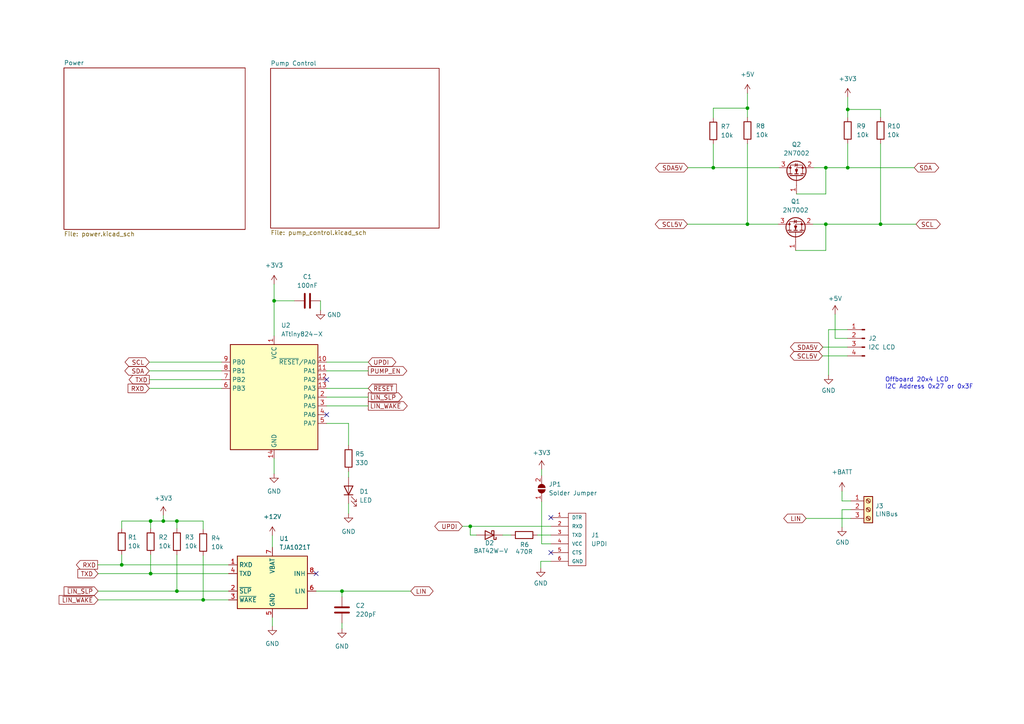
<source format=kicad_sch>
(kicad_sch (version 20211123) (generator eeschema)
  (paper "A4")
  (title_block (title "LINBus Pump Controller") (date "2023-03-02") (rev "1.0") (company "Gavin Hurlbut"))
  (lib_symbols
    (symbol "Beirdo:FTDI-TARGET" (pin_names (offset 1.016))
      (property "Reference" "J?" (at -1.27 1.27 0))
      (property "Value" "FTDI-TARGET" (at -6.35 -17.78 0))
      (symbol "FTDI-TARGET_0_1"
        (rectangle (start -2.54 0) (end 2.54 -15.24))
      )
      (symbol "FTDI-TARGET_1_1"
        (pin passive line (at -7.62 -1.27 0) (length 5.08) (name "DTR") (number "1"))
        (pin passive line (at -7.62 -3.81 0) (length 5.08) (name "RXD") (number "2"))
        (pin passive line (at -7.62 -6.35 0) (length 5.08) (name "TXD") (number "3"))
        (pin passive line (at -7.62 -8.89 0) (length 5.08) (name "VCC") (number "4"))
        (pin passive line (at -7.62 -11.43 0) (length 5.08) (name "CTS") (number "5"))
        (pin passive line (at -7.62 -13.97 0) (length 5.08) (name "GND") (number "6"))
      )
    )
    (symbol "Connector:Conn_01x04_Male" (pin_names (offset 1.016) hide)
      (property "Reference" "J" (at 0 5.08 0))
      (property "Value" "Conn_01x04_Male" (at 0 -7.62 0))
      (symbol "Conn_01x04_Male_1_1"
        (polyline (pts (xy 1.27 -5.08) (xy 0.8636 -5.08)) (stroke (width 0.1524)))
        (polyline (pts (xy 1.27 -2.54) (xy 0.8636 -2.54)) (stroke (width 0.1524)))
        (polyline (pts (xy 1.27 0) (xy 0.8636 0)) (stroke (width 0.1524)))
        (polyline (pts (xy 1.27 2.54) (xy 0.8636 2.54)) (stroke (width 0.1524)))
        (rectangle (start 0.8636 -4.953) (end 0 -5.207) (stroke (width 0.1524)) (fill (type outline)))
        (rectangle (start 0.8636 -2.413) (end 0 -2.667) (stroke (width 0.1524)) (fill (type outline)))
        (rectangle (start 0.8636 0.127) (end 0 -0.127) (stroke (width 0.1524)) (fill (type outline)))
        (rectangle (start 0.8636 2.667) (end 0 2.413) (stroke (width 0.1524)) (fill (type outline)))
        (pin passive line (at 5.08 2.54 180) (length 3.81) (name "Pin_1") (number "1"))
        (pin passive line (at 5.08 0 180) (length 3.81) (name "Pin_2") (number "2"))
        (pin passive line (at 5.08 -2.54 180) (length 3.81) (name "Pin_3") (number "3"))
        (pin passive line (at 5.08 -5.08 180) (length 3.81) (name "Pin_4") (number "4"))
      )
    )
    (symbol "Connector:Screw_Terminal_01x03" (pin_names (offset 1.016) hide)
      (property "Reference" "J" (at 0 5.08 0))
      (property "Value" "Screw_Terminal_01x03" (at 0 -5.08 0))
      (symbol "Screw_Terminal_01x03_1_1"
        (rectangle (start -1.27 3.81) (end 1.27 -3.81) (stroke (width 0.254)) (fill (type background)))
        (circle (center 0 -2.54) (radius 0.635) (stroke (width 0.1524)))
        (polyline (pts (xy -0.5334 -2.2098) (xy 0.3302 -3.048)) (stroke (width 0.1524)))
        (polyline (pts (xy -0.5334 0.3302) (xy 0.3302 -0.508)) (stroke (width 0.1524)))
        (polyline (pts (xy -0.5334 2.8702) (xy 0.3302 2.032)) (stroke (width 0.1524)))
        (polyline (pts (xy -0.3556 -2.032) (xy 0.508 -2.8702)) (stroke (width 0.1524)))
        (polyline (pts (xy -0.3556 0.508) (xy 0.508 -0.3302)) (stroke (width 0.1524)))
        (polyline (pts (xy -0.3556 3.048) (xy 0.508 2.2098)) (stroke (width 0.1524)))
        (circle (center 0 0) (radius 0.635) (stroke (width 0.1524)))
        (circle (center 0 2.54) (radius 0.635) (stroke (width 0.1524)))
        (pin passive line (at -5.08 2.54 0) (length 3.81) (name "Pin_1") (number "1"))
        (pin passive line (at -5.08 0 0) (length 3.81) (name "Pin_2") (number "2"))
        (pin passive line (at -5.08 -2.54 0) (length 3.81) (name "Pin_3") (number "3"))
      )
    )
    (symbol "Device:C" (pin_numbers hide) (pin_names (offset 0.254))
      (property "Reference" "C" (at 0.635 2.54 0))
      (property "Value" "C" (at 0.635 -2.54 0))
      (symbol "C_0_1"
        (polyline (pts (xy -2.032 -0.762) (xy 2.032 -0.762)) (stroke (width 0.508)))
        (polyline (pts (xy -2.032 0.762) (xy 2.032 0.762)) (stroke (width 0.508)))
      )
      (symbol "C_1_1"
        (pin passive line (at 0 3.81 270) (length 2.794) (name "~") (number "1"))
        (pin passive line (at 0 -3.81 90) (length 2.794) (name "~") (number "2"))
      )
    )
    (symbol "Device:LED" (pin_numbers hide) (pin_names (offset 1.016) hide)
      (property "Reference" "D" (at 0 2.54 0))
      (property "Value" "LED" (at 0 -2.54 0))
      (symbol "LED_0_1"
        (polyline (pts (xy -1.27 -1.27) (xy -1.27 1.27)) (stroke (width 0.254)))
        (polyline (pts (xy -1.27 0) (xy 1.27 0)))
        (polyline (pts (xy 1.27 -1.27) (xy 1.27 1.27) (xy -1.27 0) (xy 1.27 -1.27)) (stroke (width 0.254)))
        (polyline (pts (xy -3.048 -0.762) (xy -4.572 -2.286) (xy -3.81 -2.286) (xy -4.572 -2.286) (xy -4.572 -1.524)))
        (polyline (pts (xy -1.778 -0.762) (xy -3.302 -2.286) (xy -2.54 -2.286) (xy -3.302 -2.286) (xy -3.302 -1.524)))
      )
      (symbol "LED_1_1"
        (pin passive line (at -3.81 0 0) (length 2.54) (name "K") (number "1"))
        (pin passive line (at 3.81 0 180) (length 2.54) (name "A") (number "2"))
      )
    )
    (symbol "Device:R" (pin_numbers hide) (pin_names (offset 0))
      (property "Reference" "R" (at 2.032 0 90))
      (property "Value" "R" (at 0 0 90))
      (symbol "R_0_1"
        (rectangle (start -1.016 -2.54) (end 1.016 2.54) (stroke (width 0.254)))
      )
      (symbol "R_1_1"
        (pin passive line (at 0 3.81 270) (length 1.27) (name "~") (number "1"))
        (pin passive line (at 0 -3.81 90) (length 1.27) (name "~") (number "2"))
      )
    )
    (symbol "Diode:BAT42W-V" (pin_numbers hide) (pin_names (offset 1.016) hide)
      (property "Reference" "D" (at 0 2.54 0))
      (property "Value" "BAT42W-V" (at 0 -2.54 0))
      (symbol "BAT42W-V_0_1"
        (polyline (pts (xy 1.27 0) (xy -1.27 0)))
        (polyline (pts (xy 1.27 1.27) (xy 1.27 -1.27) (xy -1.27 0) (xy 1.27 1.27)) (stroke (width 0.254)))
        (polyline (pts (xy -1.905 0.635) (xy -1.905 1.27) (xy -1.27 1.27) (xy -1.27 -1.27) (xy -0.635 -1.27) (xy -0.635 -0.635)) (stroke (width 0.254)))
      )
      (symbol "BAT42W-V_1_1"
        (pin passive line (at -3.81 0 0) (length 2.54) (name "K") (number "1"))
        (pin passive line (at 3.81 0 180) (length 2.54) (name "A") (number "2"))
      )
    )
    (symbol "GND_1" (power) (pin_names (offset 0))
      (property "Value" "GND_1" (at 0 -3.81 0))
      (symbol "GND_1_0_1"
        (polyline (pts (xy 0 0) (xy 0 -1.27) (xy 1.27 -1.27) (xy 0 -2.54) (xy -1.27 -1.27) (xy 0 -1.27)))
      )
      (symbol "GND_1_1_1"
        (pin power_in line (at 0 0 270) (length 0) hide (name "GND") (number "1"))
      )
    )
    (symbol "Interface_CAN_LIN:TJA1021T"
      (property "Reference" "U" (at -10.16 8.89 0))
      (property "Value" "TJA1021T" (at 1.27 8.89 0))
      (symbol "TJA1021T_0_1"
        (rectangle (start -10.16 7.62) (end 10.16 -7.62) (stroke (width 0.254)) (fill (type background)))
      )
      (symbol "TJA1021T_1_1"
        (pin open_collector line (at -12.7 5.08 0) (length 2.54) (name "RXD") (number "1"))
        (pin input line (at -12.7 -2.54 0) (length 2.54) (name "~{SLP}") (number "2"))
        (pin input line (at -12.7 -5.08 0) (length 2.54) (name "~{WAKE}") (number "3"))
        (pin input line (at -12.7 2.54 0) (length 2.54) (name "TXD") (number "4"))
        (pin power_in line (at 0 -10.16 90) (length 2.54) (name "GND") (number "5"))
        (pin bidirectional line (at 12.7 -2.54 180) (length 2.54) (name "LIN") (number "6"))
        (pin power_in line (at 0 10.16 270) (length 2.54) (name "VBAT") (number "7"))
        (pin output line (at 12.7 2.54 180) (length 2.54) (name "INH") (number "8"))
      )
    )
    (symbol "Jumper:SolderJumper_2_Open" (pin_names (offset 0) hide)
      (property "Reference" "JP" (at 0 2.032 0))
      (property "Value" "SolderJumper_2_Open" (at 0 -2.54 0))
      (symbol "SolderJumper_2_Open_0_1"
        (arc (start -0.254 1.016) (mid -1.27 0) (end -0.254 -1.016))
        (arc (start -0.254 1.016) (mid -1.27 0) (end -0.254 -1.016) (fill (type outline)))
        (polyline (pts (xy -0.254 1.016) (xy -0.254 -1.016)))
        (polyline (pts (xy 0.254 1.016) (xy 0.254 -1.016)))
        (arc (start 0.254 -1.016) (mid 1.27 0) (end 0.254 1.016))
        (arc (start 0.254 -1.016) (mid 1.27 0) (end 0.254 1.016) (fill (type outline)))
      )
      (symbol "SolderJumper_2_Open_1_1"
        (pin passive line (at -3.81 0 0) (length 2.54) (name "A") (number "1"))
        (pin passive line (at 3.81 0 180) (length 2.54) (name "B") (number "2"))
      )
    )
    (symbol "MCU_Microchip_ATtiny:ATtiny824-X"
      (property "Reference" "U" (at -12.7 16.51 0))
      (property "Value" "ATtiny824-X" (at 2.54 -16.51 0))
      (symbol "ATtiny824-X_0_1"
        (rectangle (start -12.7 -15.24) (end 12.7 15.24) (stroke (width 0.254)) (fill (type background)))
      )
      (symbol "ATtiny824-X_1_1"
        (pin power_in line (at 0 17.78 270) (length 2.54) (name "VCC") (number "1"))
        (pin bidirectional line (at 15.24 10.16 180) (length 2.54) (name "~{RESET}/PA0") (number "10"))
        (pin bidirectional line (at 15.24 7.62 180) (length 2.54) (name "PA1") (number "11"))
        (pin bidirectional line (at 15.24 5.08 180) (length 2.54) (name "PA2") (number "12"))
        (pin bidirectional line (at 15.24 2.54 180) (length 2.54) (name "PA3") (number "13"))
        (pin power_in line (at 0 -17.78 90) (length 2.54) (name "GND") (number "14"))
        (pin bidirectional line (at 15.24 0 180) (length 2.54) (name "PA4") (number "2"))
        (pin bidirectional line (at 15.24 -2.54 180) (length 2.54) (name "PA5") (number "3"))
        (pin bidirectional line (at 15.24 -5.08 180) (length 2.54) (name "PA6") (number "4"))
        (pin bidirectional line (at 15.24 -7.62 180) (length 2.54) (name "PA7") (number "5"))
        (pin bidirectional line (at -15.24 2.54 0) (length 2.54) (name "PB3") (number "6"))
        (pin bidirectional line (at -15.24 5.08 0) (length 2.54) (name "PB2") (number "7"))
        (pin bidirectional line (at -15.24 7.62 0) (length 2.54) (name "PB1") (number "8"))
        (pin bidirectional line (at -15.24 10.16 0) (length 2.54) (name "PB0") (number "9"))
      )
    )
    (symbol "Transistor_FET:2N7002" (pin_names hide)
      (property "Reference" "Q" (at 5.08 1.905 0))
      (property "Value" "2N7002" (at 5.08 0 0))
      (symbol "2N7002_0_1"
        (polyline (pts (xy 0.254 0) (xy -2.54 0)))
        (polyline (pts (xy 0.254 1.905) (xy 0.254 -1.905)) (stroke (width 0.254)))
        (polyline (pts (xy 0.762 -1.27) (xy 0.762 -2.286)) (stroke (width 0.254)))
        (polyline (pts (xy 0.762 0.508) (xy 0.762 -0.508)) (stroke (width 0.254)))
        (polyline (pts (xy 0.762 2.286) (xy 0.762 1.27)) (stroke (width 0.254)))
        (polyline (pts (xy 2.54 2.54) (xy 2.54 1.778)))
        (polyline (pts (xy 2.54 -2.54) (xy 2.54 0) (xy 0.762 0)))
        (polyline (pts (xy 0.762 -1.778) (xy 3.302 -1.778) (xy 3.302 1.778) (xy 0.762 1.778)))
        (polyline (pts (xy 1.016 0) (xy 2.032 0.381) (xy 2.032 -0.381) (xy 1.016 0)) (fill (type outline)))
        (polyline (pts (xy 2.794 0.508) (xy 2.921 0.381) (xy 3.683 0.381) (xy 3.81 0.254)))
        (polyline (pts (xy 3.302 0.381) (xy 2.921 -0.254) (xy 3.683 -0.254) (xy 3.302 0.381)))
        (circle (center 1.651 0) (radius 2.794) (stroke (width 0.254)))
        (circle (center 2.54 -1.778) (radius 0.254) (fill (type outline)))
        (circle (center 2.54 1.778) (radius 0.254) (fill (type outline)))
      )
      (symbol "2N7002_1_1"
        (pin input line (at -5.08 0 0) (length 2.54) (name "G") (number "1"))
        (pin passive line (at 2.54 -5.08 90) (length 2.54) (name "S") (number "2"))
        (pin passive line (at 2.54 5.08 270) (length 2.54) (name "D") (number "3"))
      )
    )
    (symbol "power:+12V" (power) (pin_names (offset 0))
      (property "Value" "+12V" (at 0 3.556 0))
      (symbol "+12V_0_1"
        (polyline (pts (xy -0.762 1.27) (xy 0 2.54)))
        (polyline (pts (xy 0 0) (xy 0 2.54)))
        (polyline (pts (xy 0 2.54) (xy 0.762 1.27)))
      )
      (symbol "+12V_1_1"
        (pin power_in line (at 0 0 90) (length 0) hide (name "+12V") (number "1"))
      )
    )
    (symbol "power:+3V3" (power) (pin_names (offset 0))
      (property "Value" "+3V3" (at 0 3.556 0))
      (symbol "+3V3_0_1"
        (polyline (pts (xy -0.762 1.27) (xy 0 2.54)))
        (polyline (pts (xy 0 0) (xy 0 2.54)))
        (polyline (pts (xy 0 2.54) (xy 0.762 1.27)))
      )
      (symbol "+3V3_1_1"
        (pin power_in line (at 0 0 90) (length 0) hide (name "+3V3") (number "1"))
      )
    )
    (symbol "power:+5V" (power) (pin_names (offset 0))
      (property "Value" "+5V" (at 0 3.556 0))
      (symbol "+5V_0_1"
        (polyline (pts (xy -0.762 1.27) (xy 0 2.54)))
        (polyline (pts (xy 0 0) (xy 0 2.54)))
        (polyline (pts (xy 0 2.54) (xy 0.762 1.27)))
      )
      (symbol "+5V_1_1"
        (pin power_in line (at 0 0 90) (length 0) hide (name "+5V") (number "1"))
      )
    )
    (symbol "power:+BATT" (power) (pin_names (offset 0))
      (property "Value" "+BATT" (at 0 3.556 0))
      (symbol "+BATT_0_1"
        (polyline (pts (xy -0.762 1.27) (xy 0 2.54)))
        (polyline (pts (xy 0 0) (xy 0 2.54)))
        (polyline (pts (xy 0 2.54) (xy 0.762 1.27)))
      )
      (symbol "+BATT_1_1"
        (pin power_in line (at 0 0 90) (length 0) hide (name "+BATT") (number "1"))
      )
    )
    (symbol "power:GND" (power) (pin_names (offset 0))
      (property "Value" "GND" (at 0 -3.81 0))
      (symbol "GND_0_1"
        (polyline (pts (xy 0 0) (xy 0 -1.27) (xy 1.27 -1.27) (xy 0 -2.54) (xy -1.27 -1.27) (xy 0 -1.27)))
      )
      (symbol "GND_1_1"
        (pin power_in line (at 0 0 270) (length 0) hide (name "GND") (number "1"))
      )
    )
  )
  (junction (at 239.522 48.641))
  (junction (at 79.502 87.249))
  (junction (at 47.371 151.13))
  (junction (at 216.789 31.369))
  (junction (at 206.883 48.641))
  (junction (at 255.397 65.024))
  (junction (at 43.688 151.13))
  (junction (at 245.872 31.75))
  (junction (at 43.688 166.37))
  (junction (at 239.522 65.024))
  (junction (at 58.928 173.99))
  (junction (at 35.306 163.83))
  (junction (at 99.187 171.45))
  (junction (at 245.872 48.641))
  (junction (at 51.308 171.45))
  (junction (at 136.398 152.654))
  (junction (at 51.308 151.13))
  (junction (at 216.789 65.024))
  (no_connect (at 94.742 110.109))
  (no_connect (at 91.694 166.37))
  (no_connect (at 159.766 160.274))
  (no_connect (at 159.766 150.114))
  (no_connect (at 94.742 120.269))
  (wire (pts (xy 79.502 132.969) (xy 79.502 137.414)))
  (wire (pts (xy 240.3094 108.8136) (xy 240.3094 95.6056)))
  (wire (pts (xy 43.688 166.37) (xy 66.294 166.37)))
  (wire (pts (xy 216.789 65.024) (xy 225.679 65.024)))
  (wire (pts (xy 58.928 161.163) (xy 58.928 173.99)))
  (wire (pts (xy 43.688 151.13) (xy 47.371 151.13)))
  (wire (pts (xy 157.099 136.144) (xy 157.099 137.922)))
  (wire (pts (xy 58.928 173.99) (xy 66.294 173.99)))
  (wire (pts (xy 47.371 151.13) (xy 51.308 151.13)))
  (wire (pts (xy 159.766 162.814) (xy 156.845 162.814)))
  (wire (pts (xy 58.928 151.13) (xy 58.928 153.543)))
  (wire (pts (xy 28.448 171.45) (xy 51.308 171.45)))
  (wire (pts (xy 242.2144 98.1456) (xy 245.7704 98.1456)))
  (wire (pts (xy 79.502 82.423) (xy 79.502 87.249)))
  (wire (pts (xy 79.502 87.249) (xy 79.502 97.409)))
  (wire (pts (xy 245.872 48.641) (xy 265.176 48.641)))
  (wire (pts (xy 99.187 180.721) (xy 99.187 182.372)))
  (wire (pts (xy 239.522 56.261) (xy 239.522 48.641)))
  (wire (pts (xy 106.807 105.029) (xy 94.742 105.029)))
  (wire (pts (xy 245.872 31.75) (xy 255.397 31.75)))
  (wire (pts (xy 157.099 145.542) (xy 157.099 157.734)))
  (wire (pts (xy 199.517 48.641) (xy 206.883 48.641)))
  (wire (pts (xy 136.398 152.654) (xy 159.766 152.654)))
  (wire (pts (xy 35.306 160.909) (xy 35.306 163.83)))
  (wire (pts (xy 134.112 152.654) (xy 136.398 152.654)))
  (wire (pts (xy 99.187 171.45) (xy 119.126 171.45)))
  (wire (pts (xy 244.221 147.828) (xy 246.761 147.828)))
  (wire (pts (xy 43.688 160.909) (xy 43.688 166.37)))
  (wire (pts (xy 245.872 28.194) (xy 245.872 31.75)))
  (wire (pts (xy 51.308 151.13) (xy 51.308 153.289)))
  (wire (pts (xy 206.883 48.641) (xy 225.933 48.641)))
  (wire (pts (xy 94.742 112.649) (xy 106.807 112.649)))
  (wire (pts (xy 145.796 155.194) (xy 148.209 155.194)))
  (wire (pts (xy 231.013 56.261) (xy 239.522 56.261)))
  (wire (pts (xy 245.872 31.75) (xy 245.872 34.036)))
  (wire (pts (xy 94.742 122.809) (xy 101.092 122.809)))
  (wire (pts (xy 78.994 179.07) (xy 78.994 181.61)))
  (wire (pts (xy 230.759 72.644) (xy 239.522 72.644)))
  (wire (pts (xy 79.502 87.249) (xy 85.344 87.249)))
  (wire (pts (xy 235.839 65.024) (xy 239.522 65.024)))
  (wire (pts (xy 216.789 41.656) (xy 216.789 65.024)))
  (wire (pts (xy 246.761 150.368) (xy 233.807 150.368)))
  (wire (pts (xy 242.2144 91.1606) (xy 242.2144 98.1456)))
  (wire (pts (xy 78.994 155.321) (xy 78.994 158.75)))
  (wire (pts (xy 94.742 115.189) (xy 106.807 115.189)))
  (wire (pts (xy 206.883 31.369) (xy 216.789 31.369)))
  (wire (pts (xy 239.522 72.644) (xy 239.522 65.024)))
  (wire (pts (xy 35.306 163.83) (xy 66.294 163.83)))
  (wire (pts (xy 51.308 160.909) (xy 51.308 171.45)))
  (wire (pts (xy 206.883 31.369) (xy 206.883 34.163)))
  (wire (pts (xy 238.6584 100.6856) (xy 245.7704 100.6856)))
  (wire (pts (xy 43.307 110.109) (xy 64.262 110.109)))
  (wire (pts (xy 244.221 152.908) (xy 244.221 147.828)))
  (wire (pts (xy 101.092 146.05) (xy 101.092 148.971)))
  (wire (pts (xy 43.307 112.649) (xy 64.262 112.649)))
  (wire (pts (xy 245.872 41.656) (xy 245.872 48.641)))
  (wire (pts (xy 94.742 107.569) (xy 106.807 107.569)))
  (wire (pts (xy 51.308 171.45) (xy 66.294 171.45)))
  (wire (pts (xy 138.176 155.194) (xy 136.398 155.194)))
  (wire (pts (xy 43.307 105.029) (xy 64.262 105.029)))
  (wire (pts (xy 91.694 171.45) (xy 99.187 171.45)))
  (wire (pts (xy 136.398 155.194) (xy 136.398 152.654)))
  (wire (pts (xy 51.308 151.13) (xy 58.928 151.13)))
  (wire (pts (xy 199.39 65.024) (xy 216.789 65.024)))
  (wire (pts (xy 43.688 151.13) (xy 43.688 153.289)))
  (wire (pts (xy 94.742 117.729) (xy 106.807 117.729)))
  (wire (pts (xy 240.3094 95.6056) (xy 245.7704 95.6056)))
  (wire (pts (xy 236.093 48.641) (xy 239.522 48.641)))
  (wire (pts (xy 43.307 107.569) (xy 64.262 107.569)))
  (wire (pts (xy 244.221 145.288) (xy 244.221 142.494)))
  (wire (pts (xy 239.522 65.024) (xy 255.397 65.024)))
  (wire (pts (xy 101.092 136.779) (xy 101.092 138.43)))
  (wire (pts (xy 35.306 151.13) (xy 43.688 151.13)))
  (wire (pts (xy 156.845 162.814) (xy 156.845 164.719)))
  (wire (pts (xy 92.964 87.249) (xy 92.964 90.043)))
  (wire (pts (xy 101.092 122.809) (xy 101.092 129.159)))
  (wire (pts (xy 35.306 153.289) (xy 35.306 151.13)))
  (wire (pts (xy 159.766 157.734) (xy 157.099 157.734)))
  (wire (pts (xy 244.221 145.288) (xy 246.761 145.288)))
  (wire (pts (xy 255.397 65.024) (xy 265.684 65.024)))
  (wire (pts (xy 255.397 41.656) (xy 255.397 65.024)))
  (wire (pts (xy 239.522 48.641) (xy 245.872 48.641)))
  (wire (pts (xy 238.5314 103.2256) (xy 245.7704 103.2256)))
  (wire (pts (xy 216.789 34.036) (xy 216.789 31.369)))
  (wire (pts (xy 28.448 173.99) (xy 58.928 173.99)))
  (wire (pts (xy 99.187 171.45) (xy 99.187 173.101)))
  (wire (pts (xy 28.321 163.83) (xy 35.306 163.83)))
  (wire (pts (xy 28.448 166.37) (xy 43.688 166.37)))
  (wire (pts (xy 47.371 149.479) (xy 47.371 151.13)))
  (wire (pts (xy 155.829 155.194) (xy 159.766 155.194)))
  (wire (pts (xy 206.883 41.783) (xy 206.883 48.641)))
  (wire (pts (xy 255.397 31.75) (xy 255.397 34.036)))
  (wire (pts (xy 216.789 27.051) (xy 216.789 31.369)))
  (text "Offboard 20x4 LCD\nI2C Address 0x27 or 0x3F" (at 256.6924 113.0046 0) (effects (font (size 1.27 1.27)) (justify left bottom)))
  (global_label "~{LIN_SLP}" (shape output) (at 106.807 115.189 0) (property "Intersheet References" "${INTERSHEET_REFS}" (effects hide)))
  (global_label "~{LIN_SLP}" (shape input) (at 28.448 171.45 180) (property "Intersheet References" "${INTERSHEET_REFS}" (effects hide)))
  (global_label "RXD" (shape input) (at 43.307 112.649 180) (property "Intersheet References" "${INTERSHEET_REFS}" (effects hide)))
  (global_label "SCL" (shape bidirectional) (at 43.307 105.029 180) (property "Intersheet References" "${INTERSHEET_REFS}" (effects hide)))
  (global_label "SDA5V" (shape bidirectional) (at 199.517 48.641 180) (property "Intersheet References" "${INTERSHEET_REFS}" (effects hide)))
  (global_label "LIN" (shape bidirectional) (at 119.126 171.45 0) (property "Intersheet References" "${INTERSHEET_REFS}" (effects hide)))
  (global_label "~{LIN_WAKE}" (shape output) (at 106.807 117.729 0) (property "Intersheet References" "${INTERSHEET_REFS}" (effects hide)))
  (global_label "SDA" (shape bidirectional) (at 265.176 48.641 0) (property "Intersheet References" "${INTERSHEET_REFS}" (effects hide)))
  (global_label "LIN" (shape bidirectional) (at 233.807 150.368 180) (property "Intersheet References" "${INTERSHEET_REFS}" (effects hide)))
  (global_label "SCL5V" (shape bidirectional) (at 238.5314 103.2256 180) (property "Intersheet References" "${INTERSHEET_REFS}" (effects hide)))
  (global_label "SDA5V" (shape bidirectional) (at 238.6584 100.6856 180) (property "Intersheet References" "${INTERSHEET_REFS}" (effects hide)))
  (global_label "~{RESET}" (shape input) (at 106.807 112.649 0) (property "Intersheet References" "${INTERSHEET_REFS}" (effects hide)))
  (global_label "TXD" (shape input) (at 28.448 166.37 180) (property "Intersheet References" "${INTERSHEET_REFS}" (effects hide)))
  (global_label "~{LIN_WAKE}" (shape input) (at 28.448 173.99 180) (property "Intersheet References" "${INTERSHEET_REFS}" (effects hide)))
  (global_label "SDA" (shape bidirectional) (at 43.307 107.569 180) (property "Intersheet References" "${INTERSHEET_REFS}" (effects hide)))
  (global_label "SCL5V" (shape bidirectional) (at 199.39 65.024 180) (property "Intersheet References" "${INTERSHEET_REFS}" (effects hide)))
  (global_label "SCL" (shape bidirectional) (at 265.684 65.024 0) (property "Intersheet References" "${INTERSHEET_REFS}" (effects hide)))
  (global_label "PUMP_EN" (shape output) (at 106.807 107.569 0) (property "Intersheet References" "${INTERSHEET_REFS}" (effects hide)))
  (global_label "TXD" (shape output) (at 43.307 110.109 180) (property "Intersheet References" "${INTERSHEET_REFS}" (effects hide)))
  (global_label "UPDI" (shape bidirectional) (at 106.807 105.029 0) (property "Intersheet References" "${INTERSHEET_REFS}" (effects hide)))
  (global_label "RXD" (shape output) (at 28.321 163.83 180) (property "Intersheet References" "${INTERSHEET_REFS}" (effects hide)))
  (global_label "UPDI" (shape bidirectional) (at 134.112 152.654 180) (property "Intersheet References" "${INTERSHEET_REFS}" (effects hide)))
  (symbol (lib_id "Device:R") (at 216.789 37.846 0) (unit 1)
    (property "Reference" "R8" (at 219.202 36.5759 0) (effects (justify left)))
    (property "Value" "10k" (at 219.202 39.1159 0) (effects (justify left)))
    (property "Footprint" "Resistor_SMD:R_0805_2012Metric_Pad1.20x1.40mm_HandSolder" (effects hide))
  )
  (symbol (lib_id "Beirdo:FTDI-TARGET") (at 167.386 148.844 0) (unit 1)
    (property "Reference" "J1" (at 171.45 155.1939 0) (effects (justify left)))
    (property "Value" "UPDI" (at 171.45 157.7339 0) (effects (justify left)))
    (property "Footprint" "Beirdo:FTDI-TARGET" (effects hide))
  )
  (symbol (lib_id "power:+3V3") (at 245.872 28.194 0) (unit 1)
    (property "Reference" "#PWR016" (effects hide))
    (property "Value" "+3V3" (at 245.872 22.86 0))
  )
  (symbol (lib_id "power:GND") (at 244.221 152.908 0) (unit 1)
    (property "Reference" "#PWR015" (effects hide))
    (property "Value" "GND" (at 244.348 157.3022 0))
  )
  (symbol (lib_id "Connector:Screw_Terminal_01x03") (at 251.841 147.828 0) (unit 1)
    (property "Reference" "J3" (at 253.873 146.7612 0) (effects (justify left)))
    (property "Value" "LINBus" (at 253.873 149.0726 0) (effects (justify left)))
    (property "Footprint" "TerminalBlock_TE-Connectivity:TerminalBlock_TE_282834-3_1x03_P2.54mm_Horizontal" (effects hide))
  )
  (symbol (lib_id "power:+3V3") (at 157.099 136.144 0) (unit 1)
    (property "Reference" "#PWR010" (effects hide))
    (property "Value" "+3V3" (at 157.099 131.318 0))
  )
  (symbol (lib_id "power:+BATT") (at 244.221 142.494 0) (unit 1)
    (property "Reference" "#PWR014" (effects hide))
    (property "Value" "+BATT" (at 244.221 136.906 0))
  )
  (symbol (lib_id "Device:R") (at 58.928 157.353 0) (unit 1)
    (property "Reference" "R4" (at 61.214 156.0829 0) (effects (justify left)))
    (property "Value" "10k" (at 61.214 158.6229 0) (effects (justify left)))
    (property "Footprint" "Resistor_SMD:R_0805_2012Metric_Pad1.20x1.40mm_HandSolder" (effects hide))
  )
  (symbol (lib_id "power:GND") (at 99.187 182.372 0) (unit 1)
    (property "Reference" "#PWR07" (effects hide))
    (property "Value" "GND" (at 99.187 187.452 0))
  )
  (symbol (lib_id "power:GND") (at 78.994 181.61 0) (unit 1)
    (property "Reference" "#PWR03" (effects hide))
    (property "Value" "GND" (at 78.994 186.69 0))
  )
  (symbol (lib_id "Device:R") (at 255.397 37.846 0) (unit 1)
    (property "Reference" "R10" (at 257.302 36.5759 0) (effects (justify left)))
    (property "Value" "10k" (at 257.302 39.1159 0) (effects (justify left)))
    (property "Footprint" "Resistor_SMD:R_0805_2012Metric_Pad1.20x1.40mm_HandSolder" (effects hide))
  )
  (symbol (lib_id "Device:R") (at 206.883 37.973 0) (unit 1)
    (property "Reference" "R7" (at 209.042 36.7029 0) (effects (justify left)))
    (property "Value" "10k" (at 209.042 39.2429 0) (effects (justify left)))
    (property "Footprint" "Resistor_SMD:R_0805_2012Metric_Pad1.20x1.40mm_HandSolder" (effects hide))
  )
  (symbol (lib_id "Device:R") (at 245.872 37.846 0) (unit 1)
    (property "Reference" "R9" (at 248.412 36.5759 0) (effects (justify left)))
    (property "Value" "10k" (at 248.412 39.1159 0) (effects (justify left)))
    (property "Footprint" "Resistor_SMD:R_0805_2012Metric_Pad1.20x1.40mm_HandSolder" (effects hide))
  )
  (symbol (lib_id "Device:R") (at 35.306 157.099 0) (unit 1)
    (property "Reference" "R1" (at 37.084 155.8289 0) (effects (justify left)))
    (property "Value" "10k" (at 37.084 158.3689 0) (effects (justify left)))
    (property "Footprint" "Resistor_SMD:R_0805_2012Metric_Pad1.20x1.40mm_HandSolder" (effects hide))
  )
  (symbol (lib_id "Device:C") (at 99.187 176.911 0) (unit 1)
    (property "Reference" "C2" (at 103.124 175.6409 0) (effects (justify left)))
    (property "Value" "220pF" (at 103.124 178.1809 0) (effects (justify left)))
    (property "Footprint" "Capacitor_SMD:C_0805_2012Metric_Pad1.18x1.45mm_HandSolder" (effects hide))
  )
  (symbol (lib_id "Device:LED") (at 101.092 142.24 90) (unit 1)
    (property "Reference" "D1" (at 104.267 142.5574 90) (effects (justify right)))
    (property "Value" "LED" (at 104.267 145.0974 90) (effects (justify right)))
    (property "Footprint" "LED_SMD:LED_0805_2012Metric_Pad1.15x1.40mm_HandSolder" (effects hide))
  )
  (symbol (lib_id "Transistor_FET:2N7002") (at 230.759 67.564 90) (unit 1)
    (property "Reference" "Q1" (at 230.759 58.42 90))
    (property "Value" "2N7002" (at 230.759 60.96 90))
    (property "Footprint" "Package_TO_SOT_SMD:SOT-23" (effects hide))
    (property "Datasheet" "https://www.onsemi.com/pub/Collateral/NDS7002A-D.PDF" (effects hide))
  )
  (symbol (lib_id "power:+5V") (at 242.2144 91.1606 0) (unit 1)
    (property "Reference" "#PWR013" (effects hide))
    (property "Value" "+5V" (at 242.2144 86.5886 0))
  )
  (symbol (lib_id "power:GND") (at 79.502 137.414 0) (unit 1)
    (property "Reference" "#PWR05" (effects hide))
    (property "Value" "GND" (at 79.502 142.494 0))
  )
  (symbol (lib_id "Transistor_FET:2N7002") (at 231.013 51.181 90) (unit 1)
    (property "Reference" "Q2" (at 231.013 41.91 90))
    (property "Value" "2N7002" (at 231.013 44.45 90))
    (property "Footprint" "Package_TO_SOT_SMD:SOT-23" (effects hide))
    (property "Datasheet" "https://www.onsemi.com/pub/Collateral/NDS7002A-D.PDF" (effects hide))
  )
  (symbol (lib_id "Connector:Conn_01x04_Male") (at 250.8504 98.1456 0) (mirror y) (unit 1)
    (property "Reference" "J2" (at 251.8664 98.1455 0) (effects (justify right)))
    (property "Value" "I2C LCD" (at 251.8664 100.6855 0) (effects (justify right)))
    (property "Footprint" "Connector_PinHeader_2.54mm:PinHeader_1x04_P2.54mm_Vertical" (effects hide))
  )
  (symbol (lib_id "power:GND") (at 240.3094 108.8136 0) (unit 1)
    (property "Reference" "#PWR012" (effects hide))
    (property "Value" "GND" (at 240.3094 113.2586 0))
  )
  (symbol (lib_id "Diode:BAT42W-V") (at 141.986 155.194 180) (unit 1)
    (property "Reference" "D2" (at 141.986 157.48 0))
    (property "Value" "BAT42W-V" (at 142.367 159.766 0))
    (property "Footprint" "Diode_SMD:D_SOD-123" (effects hide))
    (property "Datasheet" "http://www.vishay.com/docs/85660/bat42.pdf" (effects hide))
  )
  (symbol (lib_name "GND_1") (lib_id "power:GND") (at 156.845 164.719 0) (unit 1)
    (property "Reference" "#PWR09" (effects hide))
    (property "Value" "GND" (at 156.845 169.164 0))
  )
  (symbol (lib_id "MCU_Microchip_ATtiny:ATtiny824-X") (at 79.502 115.189 0) (unit 1)
    (property "Reference" "U2" (at 81.5214 94.361 0) (effects (justify left)))
    (property "Value" "ATtiny824-X" (at 81.5214 96.901 0) (effects (justify left)))
    (property "Footprint" "Package_SO:TSSOP-14_4.4x5mm_P0.65mm" (effects hide))
    (property "Datasheet" "https://ww1.microchip.com/downloads/en/DeviceDoc/ATtiny424-426-427-824-826-827-DataSheet-DS40002311A.pdf" (effects hide))
  )
  (symbol (lib_id "power:+5V") (at 216.789 27.051 0) (unit 1)
    (property "Reference" "#PWR011" (effects hide))
    (property "Value" "+5V" (at 216.789 21.59 0))
  )
  (symbol (lib_id "Device:R") (at 43.688 157.099 0) (unit 1)
    (property "Reference" "R2" (at 45.974 155.8289 0) (effects (justify left)))
    (property "Value" "10k" (at 45.974 158.3689 0) (effects (justify left)))
    (property "Footprint" "Resistor_SMD:R_0805_2012Metric_Pad1.20x1.40mm_HandSolder" (effects hide))
  )
  (symbol (lib_id "Device:R") (at 101.092 132.969 0) (unit 1)
    (property "Reference" "R5" (at 102.997 131.6989 0) (effects (justify left)))
    (property "Value" "330" (at 102.997 134.2389 0) (effects (justify left)))
    (property "Footprint" "Resistor_SMD:R_0805_2012Metric_Pad1.20x1.40mm_HandSolder" (effects hide))
  )
  (symbol (lib_id "Device:R") (at 51.308 157.099 0) (unit 1)
    (property "Reference" "R3" (at 53.594 155.8289 0) (effects (justify left)))
    (property "Value" "10k" (at 53.594 158.3689 0) (effects (justify left)))
    (property "Footprint" "Resistor_SMD:R_0805_2012Metric_Pad1.20x1.40mm_HandSolder" (effects hide))
  )
  (symbol (lib_id "Jumper:SolderJumper_2_Open") (at 157.099 141.732 90) (unit 1)
    (property "Reference" "JP1" (at 159.131 140.4619 90) (effects (justify right)))
    (property "Value" "Solder Jumper" (at 159.131 143.0019 90) (effects (justify right)))
    (property "Footprint" "Jumper:SolderJumper-2_P1.3mm_Open_TrianglePad1.0x1.5mm" (effects hide))
  )
  (symbol (lib_id "power:GND") (at 101.092 148.971 0) (unit 1)
    (property "Reference" "#PWR08" (effects hide))
    (property "Value" "GND" (at 101.092 154.178 0))
  )
  (symbol (lib_id "power:GND") (at 92.964 90.043 0) (unit 1)
    (property "Reference" "#PWR06" (effects hide))
    (property "Value" "GND" (at 94.869 91.3129 0) (effects (justify left)))
  )
  (symbol (lib_id "Device:C") (at 89.154 87.249 270) (unit 1)
    (property "Reference" "C1" (at 89.154 80.264 90))
    (property "Value" "100nF" (at 89.154 82.804 90))
    (property "Footprint" "Capacitor_SMD:C_0805_2012Metric_Pad1.18x1.45mm_HandSolder" (effects hide))
  )
  (symbol (lib_id "Interface_CAN_LIN:TJA1021T") (at 78.994 168.91 0) (unit 1)
    (property "Reference" "U1" (at 81.0134 156.21 0) (effects (justify left)))
    (property "Value" "TJA1021T" (at 81.0134 158.75 0) (effects (justify left)))
    (property "Footprint" "Package_SO:SOIC-8_3.9x4.9mm_P1.27mm" (effects hide))
    (property "Datasheet" "http://www.nxp.com/documents/data_sheet/TJA1021.pdf" (effects hide))
  )
  (symbol (lib_id "power:+12V") (at 78.994 155.321 0) (unit 1)
    (property "Reference" "#PWR02" (effects hide))
    (property "Value" "+12V" (at 78.994 149.86 0))
  )
  (symbol (lib_id "power:+3V3") (at 47.371 149.479 0) (unit 1)
    (property "Reference" "#PWR01" (effects hide))
    (property "Value" "+3V3" (at 47.371 144.526 0))
  )
  (symbol (lib_id "power:+3V3") (at 79.502 82.423 0) (unit 1)
    (property "Reference" "#PWR04" (effects hide))
    (property "Value" "+3V3" (at 79.502 76.962 0))
  )
  (symbol (lib_id "Device:R") (at 152.019 155.194 90) (unit 1)
    (property "Reference" "R6" (at 152.146 157.988 90))
    (property "Value" "470R" (at 152.019 160.02 90))
    (property "Footprint" "Resistor_SMD:R_0805_2012Metric_Pad1.20x1.40mm_HandSolder" (effects hide))
  )
  (sheet (at 78.486 19.812) (size 48.895 46.355) (stroke (width 0.1524))
    (property "Sheet name" "Pump Control" (at 78.486 19.1004 0) (effects (justify left bottom)))
    (property "Sheet file" "pump_control.kicad_sch" (at 78.486 66.7516 0) (effects (justify left top)))
  )
  (sheet (at 18.542 19.685) (size 52.578 46.863) (stroke (width 0.1524))
    (property "Sheet name" "Power" (at 18.542 18.9734 0) (effects (justify left bottom)))
    (property "Sheet file" "power.kicad_sch" (at 18.542 67.1326 0) (effects (justify left top)))
  )
)
</source>
